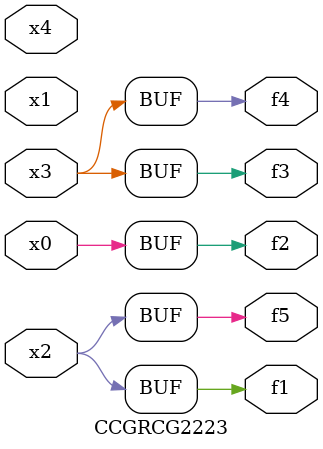
<source format=v>
module CCGRCG2223(
	input x0, x1, x2, x3, x4,
	output f1, f2, f3, f4, f5
);
	assign f1 = x2;
	assign f2 = x0;
	assign f3 = x3;
	assign f4 = x3;
	assign f5 = x2;
endmodule

</source>
